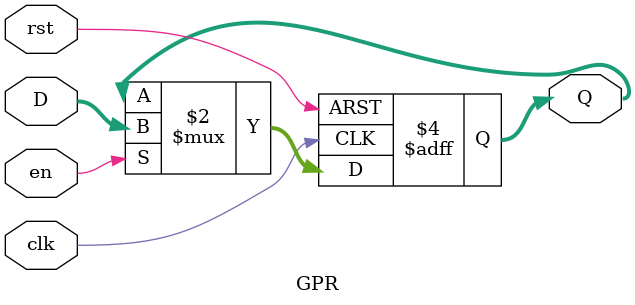
<source format=sv>
module GPR (
	input logic clk,
	input logic rst,
	input logic en,
	input logic [31:0] D,
	output logic [31:0] Q
);

	always_ff @(negedge clk or posedge rst) begin
		if (rst) Q <= 32'h0;
		else if (en) Q <= D;
	end

endmodule

</source>
